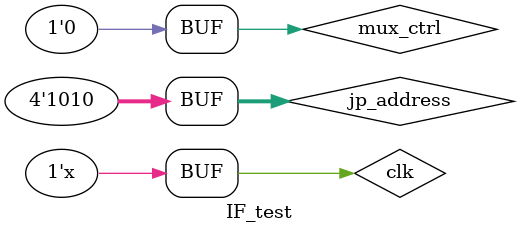
<source format=v>
`timescale 1ns / 1ps

module IF_test();

reg clk;
reg [3:0] jp_address;
reg mux_ctrl;
wire [31:0] data_Out;
wire [3:0] Pc_4;
    
Instruction_Fetch fetch_unit(.clk(clk),.mux_ctrl(mux_ctrl),.instruction(data_Out),
                             .PC_4(Pc_4),.jp_address(jp_address));  
                               
initial 
begin
clk=1;
mux_ctrl=0;
jp_address = 4'ha;
end


always begin
clk=~clk; 
#5; 
end
   
    
endmodule

</source>
